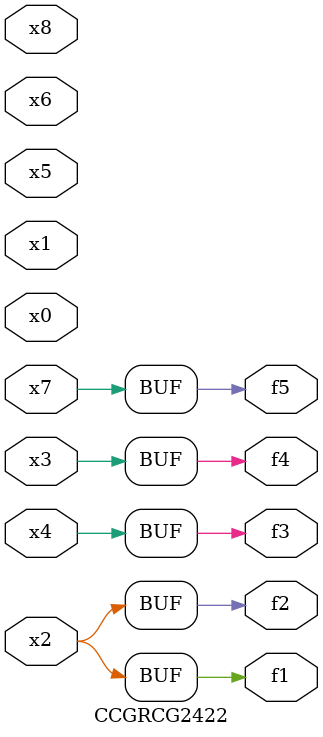
<source format=v>
module CCGRCG2422(
	input x0, x1, x2, x3, x4, x5, x6, x7, x8,
	output f1, f2, f3, f4, f5
);
	assign f1 = x2;
	assign f2 = x2;
	assign f3 = x4;
	assign f4 = x3;
	assign f5 = x7;
endmodule

</source>
